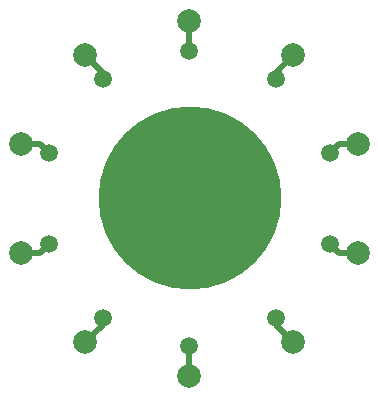
<source format=gbr>
%TF.GenerationSoftware,KiCad,Pcbnew,7.0.1*%
%TF.CreationDate,2023-04-25T20:00:12+01:00*%
%TF.ProjectId,BreakawayConnector,42726561-6b61-4776-9179-436f6e6e6563,rev?*%
%TF.SameCoordinates,Original*%
%TF.FileFunction,Copper,L1,Top*%
%TF.FilePolarity,Positive*%
%FSLAX46Y46*%
G04 Gerber Fmt 4.6, Leading zero omitted, Abs format (unit mm)*
G04 Created by KiCad (PCBNEW 7.0.1) date 2023-04-25 20:00:12*
%MOMM*%
%LPD*%
G01*
G04 APERTURE LIST*
%TA.AperFunction,ComponentPad*%
%ADD10C,1.500000*%
%TD*%
%TA.AperFunction,ComponentPad*%
%ADD11C,2.000000*%
%TD*%
%TA.AperFunction,ViaPad*%
%ADD12C,15.500000*%
%TD*%
%TA.AperFunction,Conductor*%
%ADD13C,0.500000*%
%TD*%
G04 APERTURE END LIST*
D10*
%TO.P,J2,10,Pin_10*%
%TO.N,Vin*%
X107347300Y-89887300D03*
%TO.P,J2,9,Pin_9*%
%TO.N,MOSI_1*%
X111888200Y-96137300D03*
%TO.P,J2,8,Pin_8*%
%TO.N,MISO_1*%
X111888200Y-103862700D03*
%TO.P,J2,7,Pin_7*%
%TO.N,CLK_1*%
X107347300Y-110112700D03*
%TO.P,J2,6,Pin_6*%
%TO.N,MOSI_2*%
X100000000Y-112500000D03*
%TO.P,J2,5,Pin_5*%
%TO.N,MISO_2*%
X92652700Y-110112700D03*
%TO.P,J2,4,Pin_4*%
%TO.N,CLK_2*%
X88111800Y-103862700D03*
%TO.P,J2,3,Pin_3*%
%TO.N,DET_in*%
X88111800Y-96137300D03*
%TO.P,J2,2,Pin_2*%
%TO.N,DET_out*%
X92652700Y-89887300D03*
%TO.P,J2,1,Pin_1*%
%TO.N,GND*%
X100000000Y-87500000D03*
%TD*%
D11*
%TO.P,J1,1,Pin_1*%
%TO.N,GND*%
X100000000Y-85000000D03*
%TO.P,J1,2,Pin_2*%
%TO.N,DET_out*%
X91183200Y-87864700D03*
%TO.P,J1,3,Pin_3*%
%TO.N,DET_in*%
X85734200Y-95364700D03*
%TO.P,J1,4,Pin_4*%
%TO.N,CLK_2*%
X85734200Y-104635300D03*
%TO.P,J1,5,Pin_5*%
%TO.N,MISO_2*%
X91183200Y-112135300D03*
%TO.P,J1,6,Pin_6*%
%TO.N,MOSI_2*%
X100000000Y-115000000D03*
%TO.P,J1,7,Pin_7*%
%TO.N,CLK_1*%
X108816800Y-112135300D03*
%TO.P,J1,8,Pin_8*%
%TO.N,MISO_1*%
X114265800Y-104635300D03*
%TO.P,J1,9,Pin_9*%
%TO.N,MOSI_1*%
X114265800Y-95364700D03*
%TO.P,J1,10,Pin_10*%
%TO.N,Vin*%
X108816800Y-87864700D03*
%TD*%
D12*
%TO.N,*%
X100076000Y-99949000D03*
%TD*%
D13*
%TO.N,GND*%
X100000000Y-85000000D02*
X100000000Y-87500000D01*
%TO.N,DET_out*%
X92652700Y-89334200D02*
X92652700Y-89887300D01*
X91183200Y-87864700D02*
X92652700Y-89334200D01*
%TO.N,DET_in*%
X85734200Y-95364700D02*
X87339200Y-95364700D01*
X87339200Y-95364700D02*
X88111800Y-96137300D01*
%TO.N,CLK_2*%
X85734200Y-104635300D02*
X87339200Y-104635300D01*
X87339200Y-104635300D02*
X88111800Y-103862700D01*
%TO.N,MISO_2*%
X92652700Y-110665800D02*
X92652700Y-110112700D01*
X91183200Y-112135300D02*
X92652700Y-110665800D01*
%TO.N,MOSI_2*%
X100000000Y-115000000D02*
X100000000Y-112500000D01*
%TO.N,CLK_1*%
X108816800Y-112135300D02*
X107347300Y-110665800D01*
X107347300Y-110665800D02*
X107347300Y-110112700D01*
%TO.N,MISO_1*%
X114265800Y-104635300D02*
X112660800Y-104635300D01*
X112660800Y-104635300D02*
X111888200Y-103862700D01*
%TO.N,MOSI_1*%
X112660800Y-95364700D02*
X111888200Y-96137300D01*
X114265800Y-95364700D02*
X112660800Y-95364700D01*
%TO.N,Vin*%
X107347300Y-89334200D02*
X107347300Y-89887300D01*
X108816800Y-87864700D02*
X107347300Y-89334200D01*
%TD*%
M02*

</source>
